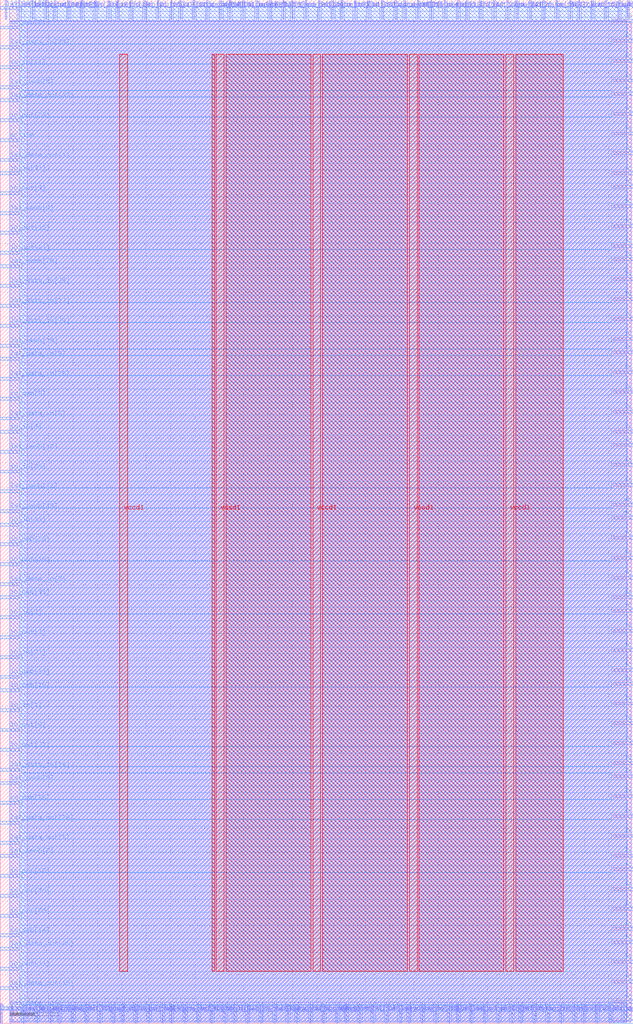
<source format=lef>
VERSION 5.7 ;
  NOWIREEXTENSIONATPIN ON ;
  DIVIDERCHAR "/" ;
  BUSBITCHARS "[]" ;
MACRO wrapped_rgb_mixer
  CLASS BLOCK ;
  FOREIGN wrapped_rgb_mixer ;
  ORIGIN 0.000 0.000 ;
  SIZE 130.000 BY 210.000 ;
  PIN active
    DIRECTION INPUT ;
    USE SIGNAL ;
    PORT
      LAYER met3 ;
        RECT 0.000 180.920 4.000 181.520 ;
    END
  END active
  PIN io_in[0]
    DIRECTION INPUT ;
    USE SIGNAL ;
    PORT
      LAYER met2 ;
        RECT 43.330 0.000 43.610 4.000 ;
    END
  END io_in[0]
  PIN io_in[10]
    DIRECTION INPUT ;
    USE SIGNAL ;
    PORT
      LAYER met2 ;
        RECT 68.170 206.000 68.450 210.000 ;
    END
  END io_in[10]
  PIN io_in[11]
    DIRECTION INPUT ;
    USE SIGNAL ;
    PORT
      LAYER met3 ;
        RECT 0.000 195.880 4.000 196.480 ;
    END
  END io_in[11]
  PIN io_in[12]
    DIRECTION INPUT ;
    USE SIGNAL ;
    PORT
      LAYER met3 ;
        RECT 126.000 178.200 130.000 178.800 ;
    END
  END io_in[12]
  PIN io_in[13]
    DIRECTION INPUT ;
    USE SIGNAL ;
    PORT
      LAYER met2 ;
        RECT 66.330 0.000 66.610 4.000 ;
    END
  END io_in[13]
  PIN io_in[14]
    DIRECTION INPUT ;
    USE SIGNAL ;
    PORT
      LAYER met2 ;
        RECT 42.410 206.000 42.690 210.000 ;
    END
  END io_in[14]
  PIN io_in[15]
    DIRECTION INPUT ;
    USE SIGNAL ;
    PORT
      LAYER met3 ;
        RECT 126.000 186.360 130.000 186.960 ;
    END
  END io_in[15]
  PIN io_in[16]
    DIRECTION INPUT ;
    USE SIGNAL ;
    PORT
      LAYER met3 ;
        RECT 126.000 31.320 130.000 31.920 ;
    END
  END io_in[16]
  PIN io_in[17]
    DIRECTION INPUT ;
    USE SIGNAL ;
    PORT
      LAYER met2 ;
        RECT 19.410 206.000 19.690 210.000 ;
    END
  END io_in[17]
  PIN io_in[18]
    DIRECTION INPUT ;
    USE SIGNAL ;
    PORT
      LAYER met2 ;
        RECT 24.010 206.000 24.290 210.000 ;
    END
  END io_in[18]
  PIN io_in[19]
    DIRECTION INPUT ;
    USE SIGNAL ;
    PORT
      LAYER met2 ;
        RECT 119.690 0.000 119.970 4.000 ;
    END
  END io_in[19]
  PIN io_in[1]
    DIRECTION INPUT ;
    USE SIGNAL ;
    PORT
      LAYER met3 ;
        RECT 0.000 63.960 4.000 64.560 ;
    END
  END io_in[1]
  PIN io_in[20]
    DIRECTION INPUT ;
    USE SIGNAL ;
    PORT
      LAYER met3 ;
        RECT 0.000 112.920 4.000 113.520 ;
    END
  END io_in[20]
  PIN io_in[21]
    DIRECTION INPUT ;
    USE SIGNAL ;
    PORT
      LAYER met3 ;
        RECT 0.000 74.840 4.000 75.440 ;
    END
  END io_in[21]
  PIN io_in[22]
    DIRECTION INPUT ;
    USE SIGNAL ;
    PORT
      LAYER met3 ;
        RECT 126.000 76.200 130.000 76.800 ;
    END
  END io_in[22]
  PIN io_in[23]
    DIRECTION INPUT ;
    USE SIGNAL ;
    PORT
      LAYER met2 ;
        RECT 16.650 206.000 16.930 210.000 ;
    END
  END io_in[23]
  PIN io_in[24]
    DIRECTION INPUT ;
    USE SIGNAL ;
    PORT
      LAYER met2 ;
        RECT 9.290 206.000 9.570 210.000 ;
    END
  END io_in[24]
  PIN io_in[25]
    DIRECTION INPUT ;
    USE SIGNAL ;
    PORT
      LAYER met2 ;
        RECT 104.970 0.000 105.250 4.000 ;
    END
  END io_in[25]
  PIN io_in[26]
    DIRECTION INPUT ;
    USE SIGNAL ;
    PORT
      LAYER met2 ;
        RECT 102.210 0.000 102.490 4.000 ;
    END
  END io_in[26]
  PIN io_in[27]
    DIRECTION INPUT ;
    USE SIGNAL ;
    PORT
      LAYER met3 ;
        RECT 126.000 57.160 130.000 57.760 ;
    END
  END io_in[27]
  PIN io_in[28]
    DIRECTION INPUT ;
    USE SIGNAL ;
    PORT
      LAYER met2 ;
        RECT 92.090 0.000 92.370 4.000 ;
    END
  END io_in[28]
  PIN io_in[29]
    DIRECTION INPUT ;
    USE SIGNAL ;
    PORT
      LAYER met2 ;
        RECT 128.890 206.000 129.170 210.000 ;
    END
  END io_in[29]
  PIN io_in[2]
    DIRECTION INPUT ;
    USE SIGNAL ;
    PORT
      LAYER met2 ;
        RECT 46.090 0.000 46.370 4.000 ;
    END
  END io_in[2]
  PIN io_in[30]
    DIRECTION INPUT ;
    USE SIGNAL ;
    PORT
      LAYER met3 ;
        RECT 126.000 91.160 130.000 91.760 ;
    END
  END io_in[30]
  PIN io_in[31]
    DIRECTION INPUT ;
    USE SIGNAL ;
    PORT
      LAYER met3 ;
        RECT 0.000 174.120 4.000 174.720 ;
    END
  END io_in[31]
  PIN io_in[32]
    DIRECTION INPUT ;
    USE SIGNAL ;
    PORT
      LAYER met2 ;
        RECT 86.570 0.000 86.850 4.000 ;
    END
  END io_in[32]
  PIN io_in[33]
    DIRECTION INPUT ;
    USE SIGNAL ;
    PORT
      LAYER met3 ;
        RECT 0.000 102.040 4.000 102.640 ;
    END
  END io_in[33]
  PIN io_in[34]
    DIRECTION INPUT ;
    USE SIGNAL ;
    PORT
      LAYER met2 ;
        RECT 95.770 206.000 96.050 210.000 ;
    END
  END io_in[34]
  PIN io_in[35]
    DIRECTION INPUT ;
    USE SIGNAL ;
    PORT
      LAYER met2 ;
        RECT 111.410 206.000 111.690 210.000 ;
    END
  END io_in[35]
  PIN io_in[36]
    DIRECTION INPUT ;
    USE SIGNAL ;
    PORT
      LAYER met3 ;
        RECT 126.000 137.400 130.000 138.000 ;
    END
  END io_in[36]
  PIN io_in[37]
    DIRECTION INPUT ;
    USE SIGNAL ;
    PORT
      LAYER met2 ;
        RECT 114.170 206.000 114.450 210.000 ;
    END
  END io_in[37]
  PIN io_in[3]
    DIRECTION INPUT ;
    USE SIGNAL ;
    PORT
      LAYER met2 ;
        RECT 70.010 206.000 70.290 210.000 ;
    END
  END io_in[3]
  PIN io_in[4]
    DIRECTION INPUT ;
    USE SIGNAL ;
    PORT
      LAYER met3 ;
        RECT 126.000 133.320 130.000 133.920 ;
    END
  END io_in[4]
  PIN io_in[5]
    DIRECTION INPUT ;
    USE SIGNAL ;
    PORT
      LAYER met3 ;
        RECT 126.000 201.320 130.000 201.920 ;
    END
  END io_in[5]
  PIN io_in[6]
    DIRECTION INPUT ;
    USE SIGNAL ;
    PORT
      LAYER met3 ;
        RECT 0.000 121.080 4.000 121.680 ;
    END
  END io_in[6]
  PIN io_in[7]
    DIRECTION INPUT ;
    USE SIGNAL ;
    PORT
      LAYER met3 ;
        RECT 0.000 83.000 4.000 83.600 ;
    END
  END io_in[7]
  PIN io_in[8]
    DIRECTION INPUT ;
    USE SIGNAL ;
    PORT
      LAYER met3 ;
        RECT 126.000 144.200 130.000 144.800 ;
    END
  END io_in[8]
  PIN io_in[9]
    DIRECTION INPUT ;
    USE SIGNAL ;
    PORT
      LAYER met2 ;
        RECT 13.890 206.000 14.170 210.000 ;
    END
  END io_in[9]
  PIN io_oeb[0]
    DIRECTION OUTPUT TRISTATE ;
    USE SIGNAL ;
    PORT
      LAYER met2 ;
        RECT 73.690 0.000 73.970 4.000 ;
    END
  END io_oeb[0]
  PIN io_oeb[10]
    DIRECTION OUTPUT TRISTATE ;
    USE SIGNAL ;
    PORT
      LAYER met3 ;
        RECT 0.000 68.040 4.000 68.640 ;
    END
  END io_oeb[10]
  PIN io_oeb[11]
    DIRECTION OUTPUT TRISTATE ;
    USE SIGNAL ;
    PORT
      LAYER met3 ;
        RECT 126.000 125.160 130.000 125.760 ;
    END
  END io_oeb[11]
  PIN io_oeb[12]
    DIRECTION OUTPUT TRISTATE ;
    USE SIGNAL ;
    PORT
      LAYER met3 ;
        RECT 126.000 72.120 130.000 72.720 ;
    END
  END io_oeb[12]
  PIN io_oeb[13]
    DIRECTION OUTPUT TRISTATE ;
    USE SIGNAL ;
    PORT
      LAYER met3 ;
        RECT 126.000 69.400 130.000 70.000 ;
    END
  END io_oeb[13]
  PIN io_oeb[14]
    DIRECTION OUTPUT TRISTATE ;
    USE SIGNAL ;
    PORT
      LAYER met3 ;
        RECT 0.000 17.720 4.000 18.320 ;
    END
  END io_oeb[14]
  PIN io_oeb[15]
    DIRECTION OUTPUT TRISTATE ;
    USE SIGNAL ;
    PORT
      LAYER met2 ;
        RECT 29.530 206.000 29.810 210.000 ;
    END
  END io_oeb[15]
  PIN io_oeb[16]
    DIRECTION OUTPUT TRISTATE ;
    USE SIGNAL ;
    PORT
      LAYER met3 ;
        RECT 126.000 23.160 130.000 23.760 ;
    END
  END io_oeb[16]
  PIN io_oeb[17]
    DIRECTION OUTPUT TRISTATE ;
    USE SIGNAL ;
    PORT
      LAYER met2 ;
        RECT 37.810 0.000 38.090 4.000 ;
    END
  END io_oeb[17]
  PIN io_oeb[18]
    DIRECTION OUTPUT TRISTATE ;
    USE SIGNAL ;
    PORT
      LAYER met2 ;
        RECT 91.170 206.000 91.450 210.000 ;
    END
  END io_oeb[18]
  PIN io_oeb[19]
    DIRECTION OUTPUT TRISTATE ;
    USE SIGNAL ;
    PORT
      LAYER met2 ;
        RECT 32.290 206.000 32.570 210.000 ;
    END
  END io_oeb[19]
  PIN io_oeb[1]
    DIRECTION OUTPUT TRISTATE ;
    USE SIGNAL ;
    PORT
      LAYER met2 ;
        RECT 109.570 0.000 109.850 4.000 ;
    END
  END io_oeb[1]
  PIN io_oeb[20]
    DIRECTION OUTPUT TRISTATE ;
    USE SIGNAL ;
    PORT
      LAYER met3 ;
        RECT 126.000 99.320 130.000 99.920 ;
    END
  END io_oeb[20]
  PIN io_oeb[21]
    DIRECTION OUTPUT TRISTATE ;
    USE SIGNAL ;
    PORT
      LAYER met3 ;
        RECT 0.000 204.040 4.000 204.640 ;
    END
  END io_oeb[21]
  PIN io_oeb[22]
    DIRECTION OUTPUT TRISTATE ;
    USE SIGNAL ;
    PORT
      LAYER met2 ;
        RECT 14.810 0.000 15.090 4.000 ;
    END
  END io_oeb[22]
  PIN io_oeb[23]
    DIRECTION OUTPUT TRISTATE ;
    USE SIGNAL ;
    PORT
      LAYER met2 ;
        RECT 59.890 206.000 60.170 210.000 ;
    END
  END io_oeb[23]
  PIN io_oeb[24]
    DIRECTION OUTPUT TRISTATE ;
    USE SIGNAL ;
    PORT
      LAYER met2 ;
        RECT 62.650 206.000 62.930 210.000 ;
    END
  END io_oeb[24]
  PIN io_oeb[25]
    DIRECTION OUTPUT TRISTATE ;
    USE SIGNAL ;
    PORT
      LAYER met3 ;
        RECT 126.000 4.120 130.000 4.720 ;
    END
  END io_oeb[25]
  PIN io_oeb[26]
    DIRECTION OUTPUT TRISTATE ;
    USE SIGNAL ;
    PORT
      LAYER met3 ;
        RECT 126.000 167.320 130.000 167.920 ;
    END
  END io_oeb[26]
  PIN io_oeb[27]
    DIRECTION OUTPUT TRISTATE ;
    USE SIGNAL ;
    PORT
      LAYER met2 ;
        RECT 72.770 206.000 73.050 210.000 ;
    END
  END io_oeb[27]
  PIN io_oeb[28]
    DIRECTION OUTPUT TRISTATE ;
    USE SIGNAL ;
    PORT
      LAYER met2 ;
        RECT 117.850 0.000 118.130 4.000 ;
    END
  END io_oeb[28]
  PIN io_oeb[29]
    DIRECTION OUTPUT TRISTATE ;
    USE SIGNAL ;
    PORT
      LAYER met3 ;
        RECT 126.000 140.120 130.000 140.720 ;
    END
  END io_oeb[29]
  PIN io_oeb[2]
    DIRECTION OUTPUT TRISTATE ;
    USE SIGNAL ;
    PORT
      LAYER met2 ;
        RECT 105.890 206.000 106.170 210.000 ;
    END
  END io_oeb[2]
  PIN io_oeb[30]
    DIRECTION OUTPUT TRISTATE ;
    USE SIGNAL ;
    PORT
      LAYER met3 ;
        RECT 0.000 208.120 4.000 208.720 ;
    END
  END io_oeb[30]
  PIN io_oeb[31]
    DIRECTION OUTPUT TRISTATE ;
    USE SIGNAL ;
    PORT
      LAYER met2 ;
        RECT 115.090 0.000 115.370 4.000 ;
    END
  END io_oeb[31]
  PIN io_oeb[32]
    DIRECTION OUTPUT TRISTATE ;
    USE SIGNAL ;
    PORT
      LAYER met3 ;
        RECT 0.000 97.960 4.000 98.560 ;
    END
  END io_oeb[32]
  PIN io_oeb[33]
    DIRECTION OUTPUT TRISTATE ;
    USE SIGNAL ;
    PORT
      LAYER met3 ;
        RECT 126.000 8.200 130.000 8.800 ;
    END
  END io_oeb[33]
  PIN io_oeb[34]
    DIRECTION OUTPUT TRISTATE ;
    USE SIGNAL ;
    PORT
      LAYER met2 ;
        RECT 22.170 206.000 22.450 210.000 ;
    END
  END io_oeb[34]
  PIN io_oeb[35]
    DIRECTION OUTPUT TRISTATE ;
    USE SIGNAL ;
    PORT
      LAYER met3 ;
        RECT 0.000 87.080 4.000 87.680 ;
    END
  END io_oeb[35]
  PIN io_oeb[36]
    DIRECTION OUTPUT TRISTATE ;
    USE SIGNAL ;
    PORT
      LAYER met3 ;
        RECT 0.000 44.920 4.000 45.520 ;
    END
  END io_oeb[36]
  PIN io_oeb[37]
    DIRECTION OUTPUT TRISTATE ;
    USE SIGNAL ;
    PORT
      LAYER met3 ;
        RECT 0.000 70.760 4.000 71.360 ;
    END
  END io_oeb[37]
  PIN io_oeb[3]
    DIRECTION OUTPUT TRISTATE ;
    USE SIGNAL ;
    PORT
      LAYER met2 ;
        RECT 70.930 0.000 71.210 4.000 ;
    END
  END io_oeb[3]
  PIN io_oeb[4]
    DIRECTION OUTPUT TRISTATE ;
    USE SIGNAL ;
    PORT
      LAYER met3 ;
        RECT 126.000 16.360 130.000 16.960 ;
    END
  END io_oeb[4]
  PIN io_oeb[5]
    DIRECTION OUTPUT TRISTATE ;
    USE SIGNAL ;
    PORT
      LAYER met3 ;
        RECT 0.000 127.880 4.000 128.480 ;
    END
  END io_oeb[5]
  PIN io_oeb[6]
    DIRECTION OUTPUT TRISTATE ;
    USE SIGNAL ;
    PORT
      LAYER met3 ;
        RECT 126.000 84.360 130.000 84.960 ;
    END
  END io_oeb[6]
  PIN io_oeb[7]
    DIRECTION OUTPUT TRISTATE ;
    USE SIGNAL ;
    PORT
      LAYER met2 ;
        RECT 26.770 206.000 27.050 210.000 ;
    END
  END io_oeb[7]
  PIN io_oeb[8]
    DIRECTION OUTPUT TRISTATE ;
    USE SIGNAL ;
    PORT
      LAYER met2 ;
        RECT 12.050 0.000 12.330 4.000 ;
    END
  END io_oeb[8]
  PIN io_oeb[9]
    DIRECTION OUTPUT TRISTATE ;
    USE SIGNAL ;
    PORT
      LAYER met2 ;
        RECT 30.450 0.000 30.730 4.000 ;
    END
  END io_oeb[9]
  PIN io_out[0]
    DIRECTION OUTPUT TRISTATE ;
    USE SIGNAL ;
    PORT
      LAYER met3 ;
        RECT 126.000 197.240 130.000 197.840 ;
    END
  END io_out[0]
  PIN io_out[10]
    DIRECTION OUTPUT TRISTATE ;
    USE SIGNAL ;
    PORT
      LAYER met3 ;
        RECT 126.000 121.080 130.000 121.680 ;
    END
  END io_out[10]
  PIN io_out[11]
    DIRECTION OUTPUT TRISTATE ;
    USE SIGNAL ;
    PORT
      LAYER met3 ;
        RECT 0.000 10.920 4.000 11.520 ;
    END
  END io_out[11]
  PIN io_out[12]
    DIRECTION OUTPUT TRISTATE ;
    USE SIGNAL ;
    PORT
      LAYER met3 ;
        RECT 0.000 29.960 4.000 30.560 ;
    END
  END io_out[12]
  PIN io_out[13]
    DIRECTION OUTPUT TRISTATE ;
    USE SIGNAL ;
    PORT
      LAYER met2 ;
        RECT 112.330 0.000 112.610 4.000 ;
    END
  END io_out[13]
  PIN io_out[14]
    DIRECTION OUTPUT TRISTATE ;
    USE SIGNAL ;
    PORT
      LAYER met3 ;
        RECT 126.000 171.400 130.000 172.000 ;
    END
  END io_out[14]
  PIN io_out[15]
    DIRECTION OUTPUT TRISTATE ;
    USE SIGNAL ;
    PORT
      LAYER met3 ;
        RECT 0.000 161.880 4.000 162.480 ;
    END
  END io_out[15]
  PIN io_out[16]
    DIRECTION OUTPUT TRISTATE ;
    USE SIGNAL ;
    PORT
      LAYER met3 ;
        RECT 126.000 118.360 130.000 118.960 ;
    END
  END io_out[16]
  PIN io_out[17]
    DIRECTION OUTPUT TRISTATE ;
    USE SIGNAL ;
    PORT
      LAYER met2 ;
        RECT 118.770 206.000 119.050 210.000 ;
    END
  END io_out[17]
  PIN io_out[18]
    DIRECTION OUTPUT TRISTATE ;
    USE SIGNAL ;
    PORT
      LAYER met3 ;
        RECT 126.000 0.040 130.000 0.640 ;
    END
  END io_out[18]
  PIN io_out[19]
    DIRECTION OUTPUT TRISTATE ;
    USE SIGNAL ;
    PORT
      LAYER met3 ;
        RECT 0.000 93.880 4.000 94.480 ;
    END
  END io_out[19]
  PIN io_out[1]
    DIRECTION OUTPUT TRISTATE ;
    USE SIGNAL ;
    PORT
      LAYER met2 ;
        RECT 82.890 206.000 83.170 210.000 ;
    END
  END io_out[1]
  PIN io_out[20]
    DIRECTION OUTPUT TRISTATE ;
    USE SIGNAL ;
    PORT
      LAYER met2 ;
        RECT 104.050 206.000 104.330 210.000 ;
    END
  END io_out[20]
  PIN io_out[21]
    DIRECTION OUTPUT TRISTATE ;
    USE SIGNAL ;
    PORT
      LAYER met3 ;
        RECT 0.000 157.800 4.000 158.400 ;
    END
  END io_out[21]
  PIN io_out[22]
    DIRECTION OUTPUT TRISTATE ;
    USE SIGNAL ;
    PORT
      LAYER met2 ;
        RECT 89.330 0.000 89.610 4.000 ;
    END
  END io_out[22]
  PIN io_out[23]
    DIRECTION OUTPUT TRISTATE ;
    USE SIGNAL ;
    PORT
      LAYER met3 ;
        RECT 126.000 103.400 130.000 104.000 ;
    END
  END io_out[23]
  PIN io_out[24]
    DIRECTION OUTPUT TRISTATE ;
    USE SIGNAL ;
    PORT
      LAYER met2 ;
        RECT 76.450 0.000 76.730 4.000 ;
    END
  END io_out[24]
  PIN io_out[25]
    DIRECTION OUTPUT TRISTATE ;
    USE SIGNAL ;
    PORT
      LAYER met2 ;
        RECT 93.930 206.000 94.210 210.000 ;
    END
  END io_out[25]
  PIN io_out[26]
    DIRECTION OUTPUT TRISTATE ;
    USE SIGNAL ;
    PORT
      LAYER met3 ;
        RECT 0.000 21.800 4.000 22.400 ;
    END
  END io_out[26]
  PIN io_out[27]
    DIRECTION OUTPUT TRISTATE ;
    USE SIGNAL ;
    PORT
      LAYER met2 ;
        RECT 98.530 206.000 98.810 210.000 ;
    END
  END io_out[27]
  PIN io_out[28]
    DIRECTION OUTPUT TRISTATE ;
    USE SIGNAL ;
    PORT
      LAYER met2 ;
        RECT 47.930 0.000 48.210 4.000 ;
    END
  END io_out[28]
  PIN io_out[29]
    DIRECTION OUTPUT TRISTATE ;
    USE SIGNAL ;
    PORT
      LAYER met3 ;
        RECT 126.000 19.080 130.000 19.680 ;
    END
  END io_out[29]
  PIN io_out[2]
    DIRECTION OUTPUT TRISTATE ;
    USE SIGNAL ;
    PORT
      LAYER met2 ;
        RECT 20.330 0.000 20.610 4.000 ;
    END
  END io_out[2]
  PIN io_out[30]
    DIRECTION OUTPUT TRISTATE ;
    USE SIGNAL ;
    PORT
      LAYER met3 ;
        RECT 0.000 25.880 4.000 26.480 ;
    END
  END io_out[30]
  PIN io_out[31]
    DIRECTION OUTPUT TRISTATE ;
    USE SIGNAL ;
    PORT
      LAYER met3 ;
        RECT 0.000 55.800 4.000 56.400 ;
    END
  END io_out[31]
  PIN io_out[32]
    DIRECTION OUTPUT TRISTATE ;
    USE SIGNAL ;
    PORT
      LAYER met3 ;
        RECT 0.000 185.000 4.000 185.600 ;
    END
  END io_out[32]
  PIN io_out[33]
    DIRECTION OUTPUT TRISTATE ;
    USE SIGNAL ;
    PORT
      LAYER met3 ;
        RECT 126.000 42.200 130.000 42.800 ;
    END
  END io_out[33]
  PIN io_out[34]
    DIRECTION OUTPUT TRISTATE ;
    USE SIGNAL ;
    PORT
      LAYER met3 ;
        RECT 126.000 174.120 130.000 174.720 ;
    END
  END io_out[34]
  PIN io_out[35]
    DIRECTION OUTPUT TRISTATE ;
    USE SIGNAL ;
    PORT
      LAYER met3 ;
        RECT 126.000 163.240 130.000 163.840 ;
    END
  END io_out[35]
  PIN io_out[36]
    DIRECTION OUTPUT TRISTATE ;
    USE SIGNAL ;
    PORT
      LAYER met2 ;
        RECT 35.050 206.000 35.330 210.000 ;
    END
  END io_out[36]
  PIN io_out[37]
    DIRECTION OUTPUT TRISTATE ;
    USE SIGNAL ;
    PORT
      LAYER met3 ;
        RECT 126.000 190.440 130.000 191.040 ;
    END
  END io_out[37]
  PIN io_out[3]
    DIRECTION OUTPUT TRISTATE ;
    USE SIGNAL ;
    PORT
      LAYER met3 ;
        RECT 0.000 170.040 4.000 170.640 ;
    END
  END io_out[3]
  PIN io_out[4]
    DIRECTION OUTPUT TRISTATE ;
    USE SIGNAL ;
    PORT
      LAYER met3 ;
        RECT 126.000 129.240 130.000 129.840 ;
    END
  END io_out[4]
  PIN io_out[5]
    DIRECTION OUTPUT TRISTATE ;
    USE SIGNAL ;
    PORT
      LAYER met2 ;
        RECT 55.290 206.000 55.570 210.000 ;
    END
  END io_out[5]
  PIN io_out[6]
    DIRECTION OUTPUT TRISTATE ;
    USE SIGNAL ;
    PORT
      LAYER met2 ;
        RECT 124.290 206.000 124.570 210.000 ;
    END
  END io_out[6]
  PIN io_out[7]
    DIRECTION OUTPUT TRISTATE ;
    USE SIGNAL ;
    PORT
      LAYER met3 ;
        RECT 0.000 78.920 4.000 79.520 ;
    END
  END io_out[7]
  PIN io_out[8]
    DIRECTION OUTPUT TRISTATE ;
    USE SIGNAL ;
    PORT
      LAYER met2 ;
        RECT 53.450 0.000 53.730 4.000 ;
    END
  END io_out[8]
  PIN io_out[9]
    DIRECTION OUTPUT TRISTATE ;
    USE SIGNAL ;
    PORT
      LAYER met3 ;
        RECT 0.000 59.880 4.000 60.480 ;
    END
  END io_out[9]
  PIN la1_data_in[0]
    DIRECTION INPUT ;
    USE SIGNAL ;
    PORT
      LAYER met3 ;
        RECT 126.000 46.280 130.000 46.880 ;
    END
  END la1_data_in[0]
  PIN la1_data_in[10]
    DIRECTION INPUT ;
    USE SIGNAL ;
    PORT
      LAYER met2 ;
        RECT 60.810 0.000 61.090 4.000 ;
    END
  END la1_data_in[10]
  PIN la1_data_in[11]
    DIRECTION INPUT ;
    USE SIGNAL ;
    PORT
      LAYER met3 ;
        RECT 126.000 38.120 130.000 38.720 ;
    END
  END la1_data_in[11]
  PIN la1_data_in[12]
    DIRECTION INPUT ;
    USE SIGNAL ;
    PORT
      LAYER met3 ;
        RECT 0.000 146.920 4.000 147.520 ;
    END
  END la1_data_in[12]
  PIN la1_data_in[13]
    DIRECTION INPUT ;
    USE SIGNAL ;
    PORT
      LAYER met2 ;
        RECT 93.930 0.000 94.210 4.000 ;
    END
  END la1_data_in[13]
  PIN la1_data_in[14]
    DIRECTION INPUT ;
    USE SIGNAL ;
    PORT
      LAYER met3 ;
        RECT 0.000 51.720 4.000 52.320 ;
    END
  END la1_data_in[14]
  PIN la1_data_in[15]
    DIRECTION INPUT ;
    USE SIGNAL ;
    PORT
      LAYER met2 ;
        RECT 36.890 206.000 37.170 210.000 ;
    END
  END la1_data_in[15]
  PIN la1_data_in[16]
    DIRECTION INPUT ;
    USE SIGNAL ;
    PORT
      LAYER met2 ;
        RECT 78.290 206.000 78.570 210.000 ;
    END
  END la1_data_in[16]
  PIN la1_data_in[17]
    DIRECTION INPUT ;
    USE SIGNAL ;
    PORT
      LAYER met2 ;
        RECT 58.050 206.000 58.330 210.000 ;
    END
  END la1_data_in[17]
  PIN la1_data_in[18]
    DIRECTION INPUT ;
    USE SIGNAL ;
    PORT
      LAYER met2 ;
        RECT 122.450 0.000 122.730 4.000 ;
    END
  END la1_data_in[18]
  PIN la1_data_in[19]
    DIRECTION INPUT ;
    USE SIGNAL ;
    PORT
      LAYER met2 ;
        RECT 39.650 206.000 39.930 210.000 ;
    END
  END la1_data_in[19]
  PIN la1_data_in[1]
    DIRECTION INPUT ;
    USE SIGNAL ;
    PORT
      LAYER met2 ;
        RECT 56.210 0.000 56.490 4.000 ;
    END
  END la1_data_in[1]
  PIN la1_data_in[20]
    DIRECTION INPUT ;
    USE SIGNAL ;
    PORT
      LAYER met3 ;
        RECT 0.000 142.840 4.000 143.440 ;
    END
  END la1_data_in[20]
  PIN la1_data_in[21]
    DIRECTION INPUT ;
    USE SIGNAL ;
    PORT
      LAYER met2 ;
        RECT 127.050 206.000 127.330 210.000 ;
    END
  END la1_data_in[21]
  PIN la1_data_in[22]
    DIRECTION INPUT ;
    USE SIGNAL ;
    PORT
      LAYER met3 ;
        RECT 126.000 50.360 130.000 50.960 ;
    END
  END la1_data_in[22]
  PIN la1_data_in[23]
    DIRECTION INPUT ;
    USE SIGNAL ;
    PORT
      LAYER met3 ;
        RECT 0.000 2.760 4.000 3.360 ;
    END
  END la1_data_in[23]
  PIN la1_data_in[24]
    DIRECTION INPUT ;
    USE SIGNAL ;
    PORT
      LAYER met2 ;
        RECT 40.570 0.000 40.850 4.000 ;
    END
  END la1_data_in[24]
  PIN la1_data_in[25]
    DIRECTION INPUT ;
    USE SIGNAL ;
    PORT
      LAYER met3 ;
        RECT 0.000 151.000 4.000 151.600 ;
    END
  END la1_data_in[25]
  PIN la1_data_in[26]
    DIRECTION INPUT ;
    USE SIGNAL ;
    PORT
      LAYER met3 ;
        RECT 126.000 27.240 130.000 27.840 ;
    END
  END la1_data_in[26]
  PIN la1_data_in[27]
    DIRECTION INPUT ;
    USE SIGNAL ;
    PORT
      LAYER met2 ;
        RECT 81.970 0.000 82.250 4.000 ;
    END
  END la1_data_in[27]
  PIN la1_data_in[28]
    DIRECTION INPUT ;
    USE SIGNAL ;
    PORT
      LAYER met3 ;
        RECT 0.000 131.960 4.000 132.560 ;
    END
  END la1_data_in[28]
  PIN la1_data_in[29]
    DIRECTION INPUT ;
    USE SIGNAL ;
    PORT
      LAYER met3 ;
        RECT 0.000 199.960 4.000 200.560 ;
    END
  END la1_data_in[29]
  PIN la1_data_in[2]
    DIRECTION INPUT ;
    USE SIGNAL ;
    PORT
      LAYER met2 ;
        RECT 33.210 0.000 33.490 4.000 ;
    END
  END la1_data_in[2]
  PIN la1_data_in[30]
    DIRECTION INPUT ;
    USE SIGNAL ;
    PORT
      LAYER met2 ;
        RECT 4.690 0.000 4.970 4.000 ;
    END
  END la1_data_in[30]
  PIN la1_data_in[31]
    DIRECTION INPUT ;
    USE SIGNAL ;
    PORT
      LAYER met2 ;
        RECT 106.810 0.000 107.090 4.000 ;
    END
  END la1_data_in[31]
  PIN la1_data_in[3]
    DIRECTION INPUT ;
    USE SIGNAL ;
    PORT
      LAYER met3 ;
        RECT 0.000 123.800 4.000 124.400 ;
    END
  END la1_data_in[3]
  PIN la1_data_in[4]
    DIRECTION INPUT ;
    USE SIGNAL ;
    PORT
      LAYER met2 ;
        RECT 108.650 206.000 108.930 210.000 ;
    END
  END la1_data_in[4]
  PIN la1_data_in[5]
    DIRECTION INPUT ;
    USE SIGNAL ;
    PORT
      LAYER met3 ;
        RECT 126.000 110.200 130.000 110.800 ;
    END
  END la1_data_in[5]
  PIN la1_data_in[6]
    DIRECTION INPUT ;
    USE SIGNAL ;
    PORT
      LAYER met2 ;
        RECT 45.170 206.000 45.450 210.000 ;
    END
  END la1_data_in[6]
  PIN la1_data_in[7]
    DIRECTION INPUT ;
    USE SIGNAL ;
    PORT
      LAYER met3 ;
        RECT 0.000 89.800 4.000 90.400 ;
    END
  END la1_data_in[7]
  PIN la1_data_in[8]
    DIRECTION INPUT ;
    USE SIGNAL ;
    PORT
      LAYER met2 ;
        RECT 47.010 206.000 47.290 210.000 ;
    END
  END la1_data_in[8]
  PIN la1_data_in[9]
    DIRECTION INPUT ;
    USE SIGNAL ;
    PORT
      LAYER met3 ;
        RECT 0.000 136.040 4.000 136.640 ;
    END
  END la1_data_in[9]
  PIN la1_data_out[0]
    DIRECTION OUTPUT TRISTATE ;
    USE SIGNAL ;
    PORT
      LAYER met2 ;
        RECT 23.090 0.000 23.370 4.000 ;
    END
  END la1_data_out[0]
  PIN la1_data_out[10]
    DIRECTION OUTPUT TRISTATE ;
    USE SIGNAL ;
    PORT
      LAYER met3 ;
        RECT 126.000 61.240 130.000 61.840 ;
    END
  END la1_data_out[10]
  PIN la1_data_out[11]
    DIRECTION OUTPUT TRISTATE ;
    USE SIGNAL ;
    PORT
      LAYER met2 ;
        RECT 63.570 0.000 63.850 4.000 ;
    END
  END la1_data_out[11]
  PIN la1_data_out[12]
    DIRECTION OUTPUT TRISTATE ;
    USE SIGNAL ;
    PORT
      LAYER met3 ;
        RECT 126.000 193.160 130.000 193.760 ;
    END
  END la1_data_out[12]
  PIN la1_data_out[13]
    DIRECTION OUTPUT TRISTATE ;
    USE SIGNAL ;
    PORT
      LAYER met2 ;
        RECT 3.770 206.000 4.050 210.000 ;
    END
  END la1_data_out[13]
  PIN la1_data_out[14]
    DIRECTION OUTPUT TRISTATE ;
    USE SIGNAL ;
    PORT
      LAYER met2 ;
        RECT 65.410 206.000 65.690 210.000 ;
    END
  END la1_data_out[14]
  PIN la1_data_out[15]
    DIRECTION OUTPUT TRISTATE ;
    USE SIGNAL ;
    PORT
      LAYER met3 ;
        RECT 0.000 6.840 4.000 7.440 ;
    END
  END la1_data_out[15]
  PIN la1_data_out[16]
    DIRECTION OUTPUT TRISTATE ;
    USE SIGNAL ;
    PORT
      LAYER met3 ;
        RECT 126.000 80.280 130.000 80.880 ;
    END
  END la1_data_out[16]
  PIN la1_data_out[17]
    DIRECTION OUTPUT TRISTATE ;
    USE SIGNAL ;
    PORT
      LAYER met3 ;
        RECT 126.000 156.440 130.000 157.040 ;
    END
  END la1_data_out[17]
  PIN la1_data_out[18]
    DIRECTION OUTPUT TRISTATE ;
    USE SIGNAL ;
    PORT
      LAYER met2 ;
        RECT 6.530 206.000 6.810 210.000 ;
    END
  END la1_data_out[18]
  PIN la1_data_out[19]
    DIRECTION OUTPUT TRISTATE ;
    USE SIGNAL ;
    PORT
      LAYER met3 ;
        RECT 126.000 114.280 130.000 114.880 ;
    END
  END la1_data_out[19]
  PIN la1_data_out[1]
    DIRECTION OUTPUT TRISTATE ;
    USE SIGNAL ;
    PORT
      LAYER met3 ;
        RECT 0.000 176.840 4.000 177.440 ;
    END
  END la1_data_out[1]
  PIN la1_data_out[20]
    DIRECTION OUTPUT TRISTATE ;
    USE SIGNAL ;
    PORT
      LAYER met3 ;
        RECT 0.000 40.840 4.000 41.440 ;
    END
  END la1_data_out[20]
  PIN la1_data_out[21]
    DIRECTION OUTPUT TRISTATE ;
    USE SIGNAL ;
    PORT
      LAYER met3 ;
        RECT 126.000 182.280 130.000 182.880 ;
    END
  END la1_data_out[21]
  PIN la1_data_out[22]
    DIRECTION OUTPUT TRISTATE ;
    USE SIGNAL ;
    PORT
      LAYER met2 ;
        RECT 75.530 206.000 75.810 210.000 ;
    END
  END la1_data_out[22]
  PIN la1_data_out[23]
    DIRECTION OUTPUT TRISTATE ;
    USE SIGNAL ;
    PORT
      LAYER met2 ;
        RECT 35.050 0.000 35.330 4.000 ;
    END
  END la1_data_out[23]
  PIN la1_data_out[24]
    DIRECTION OUTPUT TRISTATE ;
    USE SIGNAL ;
    PORT
      LAYER met3 ;
        RECT 126.000 87.080 130.000 87.680 ;
    END
  END la1_data_out[24]
  PIN la1_data_out[25]
    DIRECTION OUTPUT TRISTATE ;
    USE SIGNAL ;
    PORT
      LAYER met3 ;
        RECT 0.000 15.000 4.000 15.600 ;
    END
  END la1_data_out[25]
  PIN la1_data_out[26]
    DIRECTION OUTPUT TRISTATE ;
    USE SIGNAL ;
    PORT
      LAYER met3 ;
        RECT 126.000 34.040 130.000 34.640 ;
    END
  END la1_data_out[26]
  PIN la1_data_out[27]
    DIRECTION OUTPUT TRISTATE ;
    USE SIGNAL ;
    PORT
      LAYER met3 ;
        RECT 0.000 189.080 4.000 189.680 ;
    END
  END la1_data_out[27]
  PIN la1_data_out[28]
    DIRECTION OUTPUT TRISTATE ;
    USE SIGNAL ;
    PORT
      LAYER met2 ;
        RECT 125.210 0.000 125.490 4.000 ;
    END
  END la1_data_out[28]
  PIN la1_data_out[29]
    DIRECTION OUTPUT TRISTATE ;
    USE SIGNAL ;
    PORT
      LAYER met2 ;
        RECT 17.570 0.000 17.850 4.000 ;
    END
  END la1_data_out[29]
  PIN la1_data_out[2]
    DIRECTION OUTPUT TRISTATE ;
    USE SIGNAL ;
    PORT
      LAYER met2 ;
        RECT 58.970 0.000 59.250 4.000 ;
    END
  END la1_data_out[2]
  PIN la1_data_out[30]
    DIRECTION OUTPUT TRISTATE ;
    USE SIGNAL ;
    PORT
      LAYER met3 ;
        RECT 126.000 65.320 130.000 65.920 ;
    END
  END la1_data_out[30]
  PIN la1_data_out[31]
    DIRECTION OUTPUT TRISTATE ;
    USE SIGNAL ;
    PORT
      LAYER met3 ;
        RECT 126.000 205.400 130.000 206.000 ;
    END
  END la1_data_out[31]
  PIN la1_data_out[3]
    DIRECTION OUTPUT TRISTATE ;
    USE SIGNAL ;
    PORT
      LAYER met3 ;
        RECT 0.000 36.760 4.000 37.360 ;
    END
  END la1_data_out[3]
  PIN la1_data_out[4]
    DIRECTION OUTPUT TRISTATE ;
    USE SIGNAL ;
    PORT
      LAYER met2 ;
        RECT 127.970 0.000 128.250 4.000 ;
    END
  END la1_data_out[4]
  PIN la1_data_out[5]
    DIRECTION OUTPUT TRISTATE ;
    USE SIGNAL ;
    PORT
      LAYER met2 ;
        RECT 10.210 0.000 10.490 4.000 ;
    END
  END la1_data_out[5]
  PIN la1_data_out[6]
    DIRECTION OUTPUT TRISTATE ;
    USE SIGNAL ;
    PORT
      LAYER met3 ;
        RECT 126.000 95.240 130.000 95.840 ;
    END
  END la1_data_out[6]
  PIN la1_data_out[7]
    DIRECTION OUTPUT TRISTATE ;
    USE SIGNAL ;
    PORT
      LAYER met2 ;
        RECT 1.930 0.000 2.210 4.000 ;
    END
  END la1_data_out[7]
  PIN la1_data_out[8]
    DIRECTION OUTPUT TRISTATE ;
    USE SIGNAL ;
    PORT
      LAYER met3 ;
        RECT 126.000 159.160 130.000 159.760 ;
    END
  END la1_data_out[8]
  PIN la1_data_out[9]
    DIRECTION OUTPUT TRISTATE ;
    USE SIGNAL ;
    PORT
      LAYER met2 ;
        RECT 121.530 206.000 121.810 210.000 ;
    END
  END la1_data_out[9]
  PIN la1_oenb[0]
    DIRECTION INPUT ;
    USE SIGNAL ;
    PORT
      LAYER met3 ;
        RECT 126.000 12.280 130.000 12.880 ;
    END
  END la1_oenb[0]
  PIN la1_oenb[10]
    DIRECTION INPUT ;
    USE SIGNAL ;
    PORT
      LAYER met2 ;
        RECT 116.930 206.000 117.210 210.000 ;
    END
  END la1_oenb[10]
  PIN la1_oenb[11]
    DIRECTION INPUT ;
    USE SIGNAL ;
    PORT
      LAYER met3 ;
        RECT 0.000 108.840 4.000 109.440 ;
    END
  END la1_oenb[11]
  PIN la1_oenb[12]
    DIRECTION INPUT ;
    USE SIGNAL ;
    PORT
      LAYER met3 ;
        RECT 0.000 117.000 4.000 117.600 ;
    END
  END la1_oenb[12]
  PIN la1_oenb[13]
    DIRECTION INPUT ;
    USE SIGNAL ;
    PORT
      LAYER met2 ;
        RECT 83.810 0.000 84.090 4.000 ;
    END
  END la1_oenb[13]
  PIN la1_oenb[14]
    DIRECTION INPUT ;
    USE SIGNAL ;
    PORT
      LAYER met2 ;
        RECT 0.090 0.000 0.370 4.000 ;
    END
  END la1_oenb[14]
  PIN la1_oenb[15]
    DIRECTION INPUT ;
    USE SIGNAL ;
    PORT
      LAYER met2 ;
        RECT 99.450 0.000 99.730 4.000 ;
    END
  END la1_oenb[15]
  PIN la1_oenb[16]
    DIRECTION INPUT ;
    USE SIGNAL ;
    PORT
      LAYER met3 ;
        RECT 0.000 138.760 4.000 139.360 ;
    END
  END la1_oenb[16]
  PIN la1_oenb[17]
    DIRECTION INPUT ;
    USE SIGNAL ;
    PORT
      LAYER met2 ;
        RECT 1.010 206.000 1.290 210.000 ;
    END
  END la1_oenb[17]
  PIN la1_oenb[18]
    DIRECTION INPUT ;
    USE SIGNAL ;
    PORT
      LAYER met2 ;
        RECT 52.530 206.000 52.810 210.000 ;
    END
  END la1_oenb[18]
  PIN la1_oenb[19]
    DIRECTION INPUT ;
    USE SIGNAL ;
    PORT
      LAYER met3 ;
        RECT 0.000 104.760 4.000 105.360 ;
    END
  END la1_oenb[19]
  PIN la1_oenb[1]
    DIRECTION INPUT ;
    USE SIGNAL ;
    PORT
      LAYER met2 ;
        RECT 24.930 0.000 25.210 4.000 ;
    END
  END la1_oenb[1]
  PIN la1_oenb[20]
    DIRECTION INPUT ;
    USE SIGNAL ;
    PORT
      LAYER met2 ;
        RECT 7.450 0.000 7.730 4.000 ;
    END
  END la1_oenb[20]
  PIN la1_oenb[21]
    DIRECTION INPUT ;
    USE SIGNAL ;
    PORT
      LAYER met2 ;
        RECT 81.050 206.000 81.330 210.000 ;
    END
  END la1_oenb[21]
  PIN la1_oenb[22]
    DIRECTION INPUT ;
    USE SIGNAL ;
    PORT
      LAYER met2 ;
        RECT 49.770 206.000 50.050 210.000 ;
    END
  END la1_oenb[22]
  PIN la1_oenb[23]
    DIRECTION INPUT ;
    USE SIGNAL ;
    PORT
      LAYER met2 ;
        RECT 69.090 0.000 69.370 4.000 ;
    END
  END la1_oenb[23]
  PIN la1_oenb[24]
    DIRECTION INPUT ;
    USE SIGNAL ;
    PORT
      LAYER met2 ;
        RECT 101.290 206.000 101.570 210.000 ;
    END
  END la1_oenb[24]
  PIN la1_oenb[25]
    DIRECTION INPUT ;
    USE SIGNAL ;
    PORT
      LAYER met3 ;
        RECT 126.000 53.080 130.000 53.680 ;
    END
  END la1_oenb[25]
  PIN la1_oenb[26]
    DIRECTION INPUT ;
    USE SIGNAL ;
    PORT
      LAYER met3 ;
        RECT 0.000 155.080 4.000 155.680 ;
    END
  END la1_oenb[26]
  PIN la1_oenb[27]
    DIRECTION INPUT ;
    USE SIGNAL ;
    PORT
      LAYER met3 ;
        RECT 126.000 152.360 130.000 152.960 ;
    END
  END la1_oenb[27]
  PIN la1_oenb[28]
    DIRECTION INPUT ;
    USE SIGNAL ;
    PORT
      LAYER met2 ;
        RECT 27.690 0.000 27.970 4.000 ;
    END
  END la1_oenb[28]
  PIN la1_oenb[29]
    DIRECTION INPUT ;
    USE SIGNAL ;
    PORT
      LAYER met2 ;
        RECT 50.690 0.000 50.970 4.000 ;
    END
  END la1_oenb[29]
  PIN la1_oenb[2]
    DIRECTION INPUT ;
    USE SIGNAL ;
    PORT
      LAYER met3 ;
        RECT 0.000 34.040 4.000 34.640 ;
    END
  END la1_oenb[2]
  PIN la1_oenb[30]
    DIRECTION INPUT ;
    USE SIGNAL ;
    PORT
      LAYER met3 ;
        RECT 126.000 148.280 130.000 148.880 ;
    END
  END la1_oenb[30]
  PIN la1_oenb[31]
    DIRECTION INPUT ;
    USE SIGNAL ;
    PORT
      LAYER met2 ;
        RECT 79.210 0.000 79.490 4.000 ;
    END
  END la1_oenb[31]
  PIN la1_oenb[3]
    DIRECTION INPUT ;
    USE SIGNAL ;
    PORT
      LAYER met2 ;
        RECT 88.410 206.000 88.690 210.000 ;
    END
  END la1_oenb[3]
  PIN la1_oenb[4]
    DIRECTION INPUT ;
    USE SIGNAL ;
    PORT
      LAYER met2 ;
        RECT 85.650 206.000 85.930 210.000 ;
    END
  END la1_oenb[4]
  PIN la1_oenb[5]
    DIRECTION INPUT ;
    USE SIGNAL ;
    PORT
      LAYER met3 ;
        RECT 0.000 191.800 4.000 192.400 ;
    END
  END la1_oenb[5]
  PIN la1_oenb[6]
    DIRECTION INPUT ;
    USE SIGNAL ;
    PORT
      LAYER met2 ;
        RECT 11.130 206.000 11.410 210.000 ;
    END
  END la1_oenb[6]
  PIN la1_oenb[7]
    DIRECTION INPUT ;
    USE SIGNAL ;
    PORT
      LAYER met2 ;
        RECT 96.690 0.000 96.970 4.000 ;
    END
  END la1_oenb[7]
  PIN la1_oenb[8]
    DIRECTION INPUT ;
    USE SIGNAL ;
    PORT
      LAYER met3 ;
        RECT 0.000 49.000 4.000 49.600 ;
    END
  END la1_oenb[8]
  PIN la1_oenb[9]
    DIRECTION INPUT ;
    USE SIGNAL ;
    PORT
      LAYER met3 ;
        RECT 0.000 165.960 4.000 166.560 ;
    END
  END la1_oenb[9]
  PIN vccd1
    DIRECTION INPUT ;
    USE POWER ;
    PORT
      LAYER met4 ;
        RECT 24.545 10.640 26.145 198.800 ;
    END
    PORT
      LAYER met4 ;
        RECT 64.195 10.640 65.795 198.800 ;
    END
    PORT
      LAYER met4 ;
        RECT 103.850 10.640 105.450 198.800 ;
    END
  END vccd1
  PIN vssd1
    DIRECTION INPUT ;
    USE GROUND ;
    PORT
      LAYER met4 ;
        RECT 44.370 10.640 45.970 198.800 ;
    END
    PORT
      LAYER met4 ;
        RECT 84.025 10.640 85.625 198.800 ;
    END
  END vssd1
  PIN wb_clk_i
    DIRECTION INPUT ;
    USE SIGNAL ;
    PORT
      LAYER met3 ;
        RECT 126.000 106.120 130.000 106.720 ;
    END
  END wb_clk_i
  OBS
      LAYER li1 ;
        RECT 5.520 0.425 129.575 205.615 ;
      LAYER met1 ;
        RECT 1.910 0.380 129.635 205.660 ;
      LAYER met2 ;
        RECT 1.940 205.720 3.490 208.605 ;
        RECT 4.330 205.720 6.250 208.605 ;
        RECT 7.090 205.720 9.010 208.605 ;
        RECT 9.850 205.720 10.850 208.605 ;
        RECT 11.690 205.720 13.610 208.605 ;
        RECT 14.450 205.720 16.370 208.605 ;
        RECT 17.210 205.720 19.130 208.605 ;
        RECT 19.970 205.720 21.890 208.605 ;
        RECT 22.730 205.720 23.730 208.605 ;
        RECT 24.570 205.720 26.490 208.605 ;
        RECT 27.330 205.720 29.250 208.605 ;
        RECT 30.090 205.720 32.010 208.605 ;
        RECT 32.850 205.720 34.770 208.605 ;
        RECT 35.610 205.720 36.610 208.605 ;
        RECT 37.450 205.720 39.370 208.605 ;
        RECT 40.210 205.720 42.130 208.605 ;
        RECT 42.970 205.720 44.890 208.605 ;
        RECT 45.730 205.720 46.730 208.605 ;
        RECT 47.570 205.720 49.490 208.605 ;
        RECT 50.330 205.720 52.250 208.605 ;
        RECT 53.090 205.720 55.010 208.605 ;
        RECT 55.850 205.720 57.770 208.605 ;
        RECT 58.610 205.720 59.610 208.605 ;
        RECT 60.450 205.720 62.370 208.605 ;
        RECT 63.210 205.720 65.130 208.605 ;
        RECT 65.970 205.720 67.890 208.605 ;
        RECT 68.730 205.720 69.730 208.605 ;
        RECT 70.570 205.720 72.490 208.605 ;
        RECT 73.330 205.720 75.250 208.605 ;
        RECT 76.090 205.720 78.010 208.605 ;
        RECT 78.850 205.720 80.770 208.605 ;
        RECT 81.610 205.720 82.610 208.605 ;
        RECT 83.450 205.720 85.370 208.605 ;
        RECT 86.210 205.720 88.130 208.605 ;
        RECT 88.970 205.720 90.890 208.605 ;
        RECT 91.730 205.720 93.650 208.605 ;
        RECT 94.490 205.720 95.490 208.605 ;
        RECT 96.330 205.720 98.250 208.605 ;
        RECT 99.090 205.720 101.010 208.605 ;
        RECT 101.850 205.720 103.770 208.605 ;
        RECT 104.610 205.720 105.610 208.605 ;
        RECT 106.450 205.720 108.370 208.605 ;
        RECT 109.210 205.720 111.130 208.605 ;
        RECT 111.970 205.720 113.890 208.605 ;
        RECT 114.730 205.720 116.650 208.605 ;
        RECT 117.490 205.720 118.490 208.605 ;
        RECT 119.330 205.720 121.250 208.605 ;
        RECT 122.090 205.720 124.010 208.605 ;
        RECT 124.850 205.720 126.770 208.605 ;
        RECT 127.610 205.720 128.610 208.605 ;
        RECT 1.940 4.280 128.710 205.720 ;
        RECT 2.490 0.155 4.410 4.280 ;
        RECT 5.250 0.155 7.170 4.280 ;
        RECT 8.010 0.155 9.930 4.280 ;
        RECT 10.770 0.155 11.770 4.280 ;
        RECT 12.610 0.155 14.530 4.280 ;
        RECT 15.370 0.155 17.290 4.280 ;
        RECT 18.130 0.155 20.050 4.280 ;
        RECT 20.890 0.155 22.810 4.280 ;
        RECT 23.650 0.155 24.650 4.280 ;
        RECT 25.490 0.155 27.410 4.280 ;
        RECT 28.250 0.155 30.170 4.280 ;
        RECT 31.010 0.155 32.930 4.280 ;
        RECT 33.770 0.155 34.770 4.280 ;
        RECT 35.610 0.155 37.530 4.280 ;
        RECT 38.370 0.155 40.290 4.280 ;
        RECT 41.130 0.155 43.050 4.280 ;
        RECT 43.890 0.155 45.810 4.280 ;
        RECT 46.650 0.155 47.650 4.280 ;
        RECT 48.490 0.155 50.410 4.280 ;
        RECT 51.250 0.155 53.170 4.280 ;
        RECT 54.010 0.155 55.930 4.280 ;
        RECT 56.770 0.155 58.690 4.280 ;
        RECT 59.530 0.155 60.530 4.280 ;
        RECT 61.370 0.155 63.290 4.280 ;
        RECT 64.130 0.155 66.050 4.280 ;
        RECT 66.890 0.155 68.810 4.280 ;
        RECT 69.650 0.155 70.650 4.280 ;
        RECT 71.490 0.155 73.410 4.280 ;
        RECT 74.250 0.155 76.170 4.280 ;
        RECT 77.010 0.155 78.930 4.280 ;
        RECT 79.770 0.155 81.690 4.280 ;
        RECT 82.530 0.155 83.530 4.280 ;
        RECT 84.370 0.155 86.290 4.280 ;
        RECT 87.130 0.155 89.050 4.280 ;
        RECT 89.890 0.155 91.810 4.280 ;
        RECT 92.650 0.155 93.650 4.280 ;
        RECT 94.490 0.155 96.410 4.280 ;
        RECT 97.250 0.155 99.170 4.280 ;
        RECT 100.010 0.155 101.930 4.280 ;
        RECT 102.770 0.155 104.690 4.280 ;
        RECT 105.530 0.155 106.530 4.280 ;
        RECT 107.370 0.155 109.290 4.280 ;
        RECT 110.130 0.155 112.050 4.280 ;
        RECT 112.890 0.155 114.810 4.280 ;
        RECT 115.650 0.155 117.570 4.280 ;
        RECT 118.410 0.155 119.410 4.280 ;
        RECT 120.250 0.155 122.170 4.280 ;
        RECT 123.010 0.155 124.930 4.280 ;
        RECT 125.770 0.155 127.690 4.280 ;
        RECT 128.530 0.155 128.710 4.280 ;
      LAYER met3 ;
        RECT 4.400 207.720 128.735 208.585 ;
        RECT 4.000 206.400 128.735 207.720 ;
        RECT 4.000 205.040 125.600 206.400 ;
        RECT 4.400 205.000 125.600 205.040 ;
        RECT 4.400 203.640 128.735 205.000 ;
        RECT 4.000 202.320 128.735 203.640 ;
        RECT 4.000 200.960 125.600 202.320 ;
        RECT 4.400 200.920 125.600 200.960 ;
        RECT 4.400 199.560 128.735 200.920 ;
        RECT 4.000 198.240 128.735 199.560 ;
        RECT 4.000 196.880 125.600 198.240 ;
        RECT 4.400 196.840 125.600 196.880 ;
        RECT 4.400 195.480 128.735 196.840 ;
        RECT 4.000 194.160 128.735 195.480 ;
        RECT 4.000 192.800 125.600 194.160 ;
        RECT 4.400 192.760 125.600 192.800 ;
        RECT 4.400 191.440 128.735 192.760 ;
        RECT 4.400 191.400 125.600 191.440 ;
        RECT 4.000 190.080 125.600 191.400 ;
        RECT 4.400 190.040 125.600 190.080 ;
        RECT 4.400 188.680 128.735 190.040 ;
        RECT 4.000 187.360 128.735 188.680 ;
        RECT 4.000 186.000 125.600 187.360 ;
        RECT 4.400 185.960 125.600 186.000 ;
        RECT 4.400 184.600 128.735 185.960 ;
        RECT 4.000 183.280 128.735 184.600 ;
        RECT 4.000 181.920 125.600 183.280 ;
        RECT 4.400 181.880 125.600 181.920 ;
        RECT 4.400 180.520 128.735 181.880 ;
        RECT 4.000 179.200 128.735 180.520 ;
        RECT 4.000 177.840 125.600 179.200 ;
        RECT 4.400 177.800 125.600 177.840 ;
        RECT 4.400 176.440 128.735 177.800 ;
        RECT 4.000 175.120 128.735 176.440 ;
        RECT 4.400 173.720 125.600 175.120 ;
        RECT 4.000 172.400 128.735 173.720 ;
        RECT 4.000 171.040 125.600 172.400 ;
        RECT 4.400 171.000 125.600 171.040 ;
        RECT 4.400 169.640 128.735 171.000 ;
        RECT 4.000 168.320 128.735 169.640 ;
        RECT 4.000 166.960 125.600 168.320 ;
        RECT 4.400 166.920 125.600 166.960 ;
        RECT 4.400 165.560 128.735 166.920 ;
        RECT 4.000 164.240 128.735 165.560 ;
        RECT 4.000 162.880 125.600 164.240 ;
        RECT 4.400 162.840 125.600 162.880 ;
        RECT 4.400 161.480 128.735 162.840 ;
        RECT 4.000 160.160 128.735 161.480 ;
        RECT 4.000 158.800 125.600 160.160 ;
        RECT 4.400 158.760 125.600 158.800 ;
        RECT 4.400 157.440 128.735 158.760 ;
        RECT 4.400 157.400 125.600 157.440 ;
        RECT 4.000 156.080 125.600 157.400 ;
        RECT 4.400 156.040 125.600 156.080 ;
        RECT 4.400 154.680 128.735 156.040 ;
        RECT 4.000 153.360 128.735 154.680 ;
        RECT 4.000 152.000 125.600 153.360 ;
        RECT 4.400 151.960 125.600 152.000 ;
        RECT 4.400 150.600 128.735 151.960 ;
        RECT 4.000 149.280 128.735 150.600 ;
        RECT 4.000 147.920 125.600 149.280 ;
        RECT 4.400 147.880 125.600 147.920 ;
        RECT 4.400 146.520 128.735 147.880 ;
        RECT 4.000 145.200 128.735 146.520 ;
        RECT 4.000 143.840 125.600 145.200 ;
        RECT 4.400 143.800 125.600 143.840 ;
        RECT 4.400 142.440 128.735 143.800 ;
        RECT 4.000 141.120 128.735 142.440 ;
        RECT 4.000 139.760 125.600 141.120 ;
        RECT 4.400 139.720 125.600 139.760 ;
        RECT 4.400 138.400 128.735 139.720 ;
        RECT 4.400 138.360 125.600 138.400 ;
        RECT 4.000 137.040 125.600 138.360 ;
        RECT 4.400 137.000 125.600 137.040 ;
        RECT 4.400 135.640 128.735 137.000 ;
        RECT 4.000 134.320 128.735 135.640 ;
        RECT 4.000 132.960 125.600 134.320 ;
        RECT 4.400 132.920 125.600 132.960 ;
        RECT 4.400 131.560 128.735 132.920 ;
        RECT 4.000 130.240 128.735 131.560 ;
        RECT 4.000 128.880 125.600 130.240 ;
        RECT 4.400 128.840 125.600 128.880 ;
        RECT 4.400 127.480 128.735 128.840 ;
        RECT 4.000 126.160 128.735 127.480 ;
        RECT 4.000 124.800 125.600 126.160 ;
        RECT 4.400 124.760 125.600 124.800 ;
        RECT 4.400 123.400 128.735 124.760 ;
        RECT 4.000 122.080 128.735 123.400 ;
        RECT 4.400 120.680 125.600 122.080 ;
        RECT 4.000 119.360 128.735 120.680 ;
        RECT 4.000 118.000 125.600 119.360 ;
        RECT 4.400 117.960 125.600 118.000 ;
        RECT 4.400 116.600 128.735 117.960 ;
        RECT 4.000 115.280 128.735 116.600 ;
        RECT 4.000 113.920 125.600 115.280 ;
        RECT 4.400 113.880 125.600 113.920 ;
        RECT 4.400 112.520 128.735 113.880 ;
        RECT 4.000 111.200 128.735 112.520 ;
        RECT 4.000 109.840 125.600 111.200 ;
        RECT 4.400 109.800 125.600 109.840 ;
        RECT 4.400 108.440 128.735 109.800 ;
        RECT 4.000 107.120 128.735 108.440 ;
        RECT 4.000 105.760 125.600 107.120 ;
        RECT 4.400 105.720 125.600 105.760 ;
        RECT 4.400 104.400 128.735 105.720 ;
        RECT 4.400 104.360 125.600 104.400 ;
        RECT 4.000 103.040 125.600 104.360 ;
        RECT 4.400 103.000 125.600 103.040 ;
        RECT 4.400 101.640 128.735 103.000 ;
        RECT 4.000 100.320 128.735 101.640 ;
        RECT 4.000 98.960 125.600 100.320 ;
        RECT 4.400 98.920 125.600 98.960 ;
        RECT 4.400 97.560 128.735 98.920 ;
        RECT 4.000 96.240 128.735 97.560 ;
        RECT 4.000 94.880 125.600 96.240 ;
        RECT 4.400 94.840 125.600 94.880 ;
        RECT 4.400 93.480 128.735 94.840 ;
        RECT 4.000 92.160 128.735 93.480 ;
        RECT 4.000 90.800 125.600 92.160 ;
        RECT 4.400 90.760 125.600 90.800 ;
        RECT 4.400 89.400 128.735 90.760 ;
        RECT 4.000 88.080 128.735 89.400 ;
        RECT 4.400 86.680 125.600 88.080 ;
        RECT 4.000 85.360 128.735 86.680 ;
        RECT 4.000 84.000 125.600 85.360 ;
        RECT 4.400 83.960 125.600 84.000 ;
        RECT 4.400 82.600 128.735 83.960 ;
        RECT 4.000 81.280 128.735 82.600 ;
        RECT 4.000 79.920 125.600 81.280 ;
        RECT 4.400 79.880 125.600 79.920 ;
        RECT 4.400 78.520 128.735 79.880 ;
        RECT 4.000 77.200 128.735 78.520 ;
        RECT 4.000 75.840 125.600 77.200 ;
        RECT 4.400 75.800 125.600 75.840 ;
        RECT 4.400 74.440 128.735 75.800 ;
        RECT 4.000 73.120 128.735 74.440 ;
        RECT 4.000 71.760 125.600 73.120 ;
        RECT 4.400 71.720 125.600 71.760 ;
        RECT 4.400 70.400 128.735 71.720 ;
        RECT 4.400 70.360 125.600 70.400 ;
        RECT 4.000 69.040 125.600 70.360 ;
        RECT 4.400 69.000 125.600 69.040 ;
        RECT 4.400 67.640 128.735 69.000 ;
        RECT 4.000 66.320 128.735 67.640 ;
        RECT 4.000 64.960 125.600 66.320 ;
        RECT 4.400 64.920 125.600 64.960 ;
        RECT 4.400 63.560 128.735 64.920 ;
        RECT 4.000 62.240 128.735 63.560 ;
        RECT 4.000 60.880 125.600 62.240 ;
        RECT 4.400 60.840 125.600 60.880 ;
        RECT 4.400 59.480 128.735 60.840 ;
        RECT 4.000 58.160 128.735 59.480 ;
        RECT 4.000 56.800 125.600 58.160 ;
        RECT 4.400 56.760 125.600 56.800 ;
        RECT 4.400 55.400 128.735 56.760 ;
        RECT 4.000 54.080 128.735 55.400 ;
        RECT 4.000 52.720 125.600 54.080 ;
        RECT 4.400 52.680 125.600 52.720 ;
        RECT 4.400 51.360 128.735 52.680 ;
        RECT 4.400 51.320 125.600 51.360 ;
        RECT 4.000 50.000 125.600 51.320 ;
        RECT 4.400 49.960 125.600 50.000 ;
        RECT 4.400 48.600 128.735 49.960 ;
        RECT 4.000 47.280 128.735 48.600 ;
        RECT 4.000 45.920 125.600 47.280 ;
        RECT 4.400 45.880 125.600 45.920 ;
        RECT 4.400 44.520 128.735 45.880 ;
        RECT 4.000 43.200 128.735 44.520 ;
        RECT 4.000 41.840 125.600 43.200 ;
        RECT 4.400 41.800 125.600 41.840 ;
        RECT 4.400 40.440 128.735 41.800 ;
        RECT 4.000 39.120 128.735 40.440 ;
        RECT 4.000 37.760 125.600 39.120 ;
        RECT 4.400 37.720 125.600 37.760 ;
        RECT 4.400 36.360 128.735 37.720 ;
        RECT 4.000 35.040 128.735 36.360 ;
        RECT 4.400 33.640 125.600 35.040 ;
        RECT 4.000 32.320 128.735 33.640 ;
        RECT 4.000 30.960 125.600 32.320 ;
        RECT 4.400 30.920 125.600 30.960 ;
        RECT 4.400 29.560 128.735 30.920 ;
        RECT 4.000 28.240 128.735 29.560 ;
        RECT 4.000 26.880 125.600 28.240 ;
        RECT 4.400 26.840 125.600 26.880 ;
        RECT 4.400 25.480 128.735 26.840 ;
        RECT 4.000 24.160 128.735 25.480 ;
        RECT 4.000 22.800 125.600 24.160 ;
        RECT 4.400 22.760 125.600 22.800 ;
        RECT 4.400 21.400 128.735 22.760 ;
        RECT 4.000 20.080 128.735 21.400 ;
        RECT 4.000 18.720 125.600 20.080 ;
        RECT 4.400 18.680 125.600 18.720 ;
        RECT 4.400 17.360 128.735 18.680 ;
        RECT 4.400 17.320 125.600 17.360 ;
        RECT 4.000 16.000 125.600 17.320 ;
        RECT 4.400 15.960 125.600 16.000 ;
        RECT 4.400 14.600 128.735 15.960 ;
        RECT 4.000 13.280 128.735 14.600 ;
        RECT 4.000 11.920 125.600 13.280 ;
        RECT 4.400 11.880 125.600 11.920 ;
        RECT 4.400 10.520 128.735 11.880 ;
        RECT 4.000 9.200 128.735 10.520 ;
        RECT 4.000 7.840 125.600 9.200 ;
        RECT 4.400 7.800 125.600 7.840 ;
        RECT 4.400 6.440 128.735 7.800 ;
        RECT 4.000 5.120 128.735 6.440 ;
        RECT 4.000 3.760 125.600 5.120 ;
        RECT 4.400 3.720 125.600 3.760 ;
        RECT 4.400 2.360 128.735 3.720 ;
        RECT 4.000 1.040 128.735 2.360 ;
        RECT 4.000 0.175 125.600 1.040 ;
      LAYER met4 ;
        RECT 43.535 10.640 43.970 198.800 ;
        RECT 46.370 10.640 63.795 198.800 ;
        RECT 66.195 10.640 83.625 198.800 ;
        RECT 86.025 10.640 103.450 198.800 ;
        RECT 105.850 10.640 115.625 198.800 ;
  END
END wrapped_rgb_mixer
END LIBRARY


</source>
